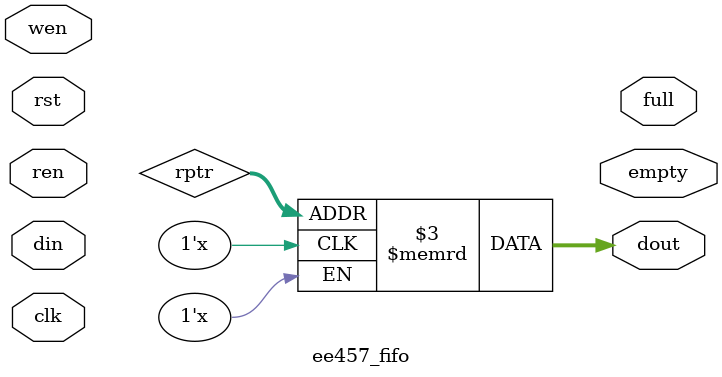
<source format=v>

module ee457_fifo(clk, rst, din, wen, full, dout, ren, empty);
  
  function integer log2;
    input integer n;
    integer i;
    begin
      for(i=0; 2**i < n; i=i+1)
      begin
      end
      log2 = i+1;    
    end
  endfunction

  parameter           WIDTH = 8;
  parameter           DEPTH = 4;
  localparam          ADDR_SIZE = log2(DEPTH);
  
  input               clk;
  input               rst;
  input [WIDTH-1:0]   din;
  input               wen;
  input               ren;
  output [WIDTH-1:0]  dout;
  output              full;
  output              empty;
  
  reg [WIDTH-1:0]     mem_array[0:DEPTH-1];

  reg [ADDR_SIZE-1:0] rptr;
  reg [ADDR_SIZE-1:0] wptr;
  
  // Add other signal declarations here
  
  
  begin
    // always output whatever item the read pointer indicates
    assign dout = mem_array[rptr];

    // Write your code here    



  
  end
endmodule
  
</source>
